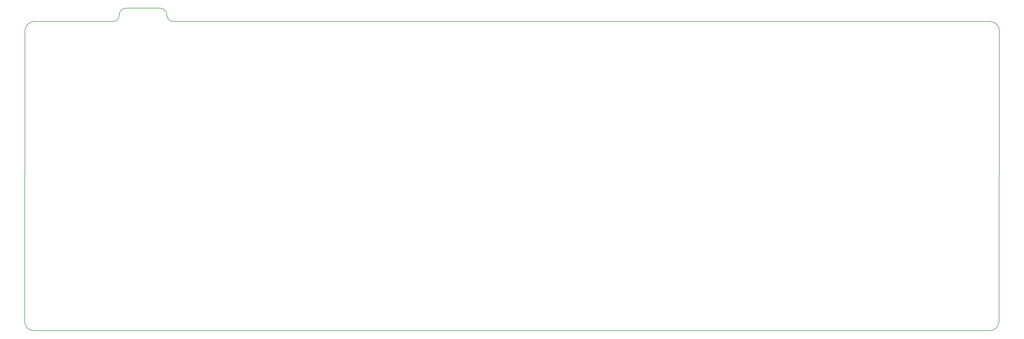
<source format=gbr>
%TF.GenerationSoftware,KiCad,Pcbnew,(6.0.6-0)*%
%TF.CreationDate,2022-07-20T23:02:45+08:00*%
%TF.ProjectId,SCO68R,53434f36-3852-42e6-9b69-6361645f7063,rev?*%
%TF.SameCoordinates,Original*%
%TF.FileFunction,Profile,NP*%
%FSLAX46Y46*%
G04 Gerber Fmt 4.6, Leading zero omitted, Abs format (unit mm)*
G04 Created by KiCad (PCBNEW (6.0.6-0)) date 2022-07-20 23:02:45*
%MOMM*%
%LPD*%
G01*
G04 APERTURE LIST*
%TA.AperFunction,Profile*%
%ADD10C,0.150000*%
%TD*%
G04 APERTURE END LIST*
D10*
X-2500000Y128100000D02*
X-2500000Y128100000D01*
G75*
G02*
X-350000Y125950000I1J-2149999D01*
G01*
X-349999Y125950000D01*
G75*
G03*
X1799857Y123800000I2175290J25289D01*
G01*
X265200000Y123800000D01*
G75*
G02*
X268200000Y120800000I0J-3000000D01*
G01*
X268100000Y26800000D01*
G75*
G02*
X265100000Y23800000I-3000000J0D01*
G01*
X-43200000Y23800000D01*
G75*
G02*
X-46200000Y26800000I1J3000001D01*
G01*
X-46100000Y120800000D01*
G75*
G02*
X-43100000Y123800000I3000001J-1D01*
G01*
X-17800000Y123800000D01*
G75*
G03*
X-15650001Y125950000I24573J2125426D01*
G01*
X-15650001Y125950000D01*
G75*
G02*
X-13500000Y128100000I2150000J0D01*
G01*
X-2500000Y128100000D01*
M02*

</source>
